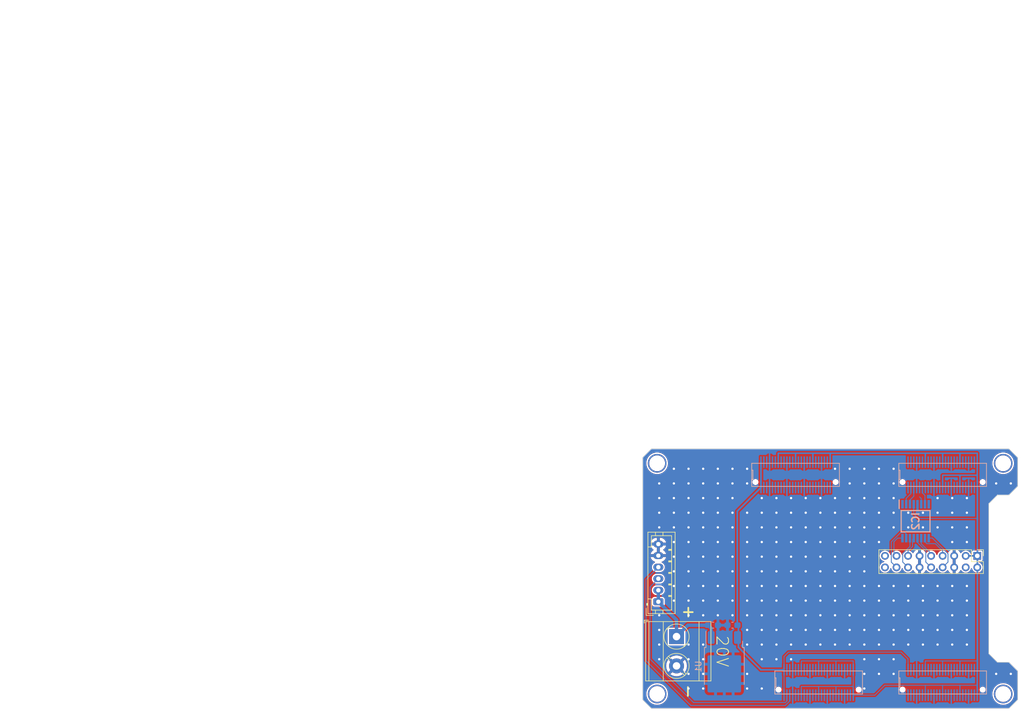
<source format=kicad_pcb>
(kicad_pcb (version 20240108) (generator "pcbnew") (generator_version "8.0")
  (layers (0 "F.Cu" signal) (31 "B.Cu" signal) (34 "B.Paste" user) (35 "F.Paste" user) (36 "B.SilkS" user "B.Silkscreen") (37 "F.SilkS" user "F.Silkscreen") (38 "B.Mask" user) (39 "F.Mask" user) (44 "Edge.Cuts" user))
  (net 0 "")
  (net 1 "GND")
  (net 2 "+3.3V")
  (net 3 "TX0_B_IN")
  (net 4 "TX1_B_IN")
  (net 5 "TX2_B_IN")
  (net 6 "TXCLK_B_IN")
  (net 9 "TXCLK_P")
  (net 10 "TXCLK_N")
  (net 11 "TX2_P")
  (net 12 "TX2_N")
  (net 13 "TX1_P")
  (net 14 "TX1_N")
  (net 15 "VCC")
  (net 16 "TX0_P")
  (net 17 "TX0_N")
  (net 130 "LED_EN")
  (net 131 "PWM")
  (net 132 "CLK_EDID")
  (net 133 "DATA_EDID")
  (net 134 "+5V")
  (footprint "TerminalBlock_Phoenix:TerminalBlock_Phoenix_MKDS-3-2-5.08_1x02_P5.08mm_Horizontal" (layer "F.Cu") (at 117.302 110.0786 -90)
    (property "Reference" "J1" (hide yes))
    (property "Value" "Power")
  )
  (footprint "Connector_PinHeader_2.00mm:PinHeader_2x09_P2.00mm_Vertical" (layer "F.Cu") (at 169.4424 96.0788 -90)
    (property "Reference" "J4" (hide yes))
    (property "Value" "Conn_02x09_Odd_Even")
  )
  (footprint "Alchitry_Element:Element_no_top" (layer "F.Cu") (at 111.4375 122.53)
    (property "Reference" "B1" (hide yes))
    (property "Value" "Alchitry_Element_AU")
    (fp_line (start 0 -43.5) (end 0 -1.5) (stroke (width 0.1)) (layer "Edge.Cuts"))
    (fp_line (start 0 -1.5) (end 1.5 0) (stroke (width 0.1)) (layer "Edge.Cuts"))
    (fp_line (start 1.5 -45) (end 0 -43.5) (stroke (width 0.1)) (layer "Edge.Cuts"))
    (fp_line (start 1.5 0) (end 63.5 0) (stroke (width 0.1)) (layer "Edge.Cuts"))
    (fp_line (start 60 -35.5) (end 61.5 -37) (stroke (width 0.1)) (layer "Edge.Cuts"))
    (fp_line (start 60 -34.5) (end 60 -35.5) (stroke (width 0.1)) (layer "Edge.Cuts"))
    (fp_line (start 60 -9.5) (end 60 -34.5) (stroke (width 0.1)) (layer "Edge.Cuts"))
    (fp_line (start 61.5 -37) (end 63.5 -37) (stroke (width 0.1)) (layer "Edge.Cuts"))
    (fp_line (start 61.5 -8) (end 60 -9.5) (stroke (width 0.1)) (layer "Edge.Cuts"))
    (fp_line (start 63.5 -45) (end 1.5 -45) (stroke (width 0.1)) (layer "Edge.Cuts"))
    (fp_line (start 63.5 -37) (end 65 -38.5) (stroke (width 0.1)) (layer "Edge.Cuts"))
    (fp_line (start 63.5 -8) (end 61.5 -8) (stroke (width 0.1)) (layer "Edge.Cuts"))
    (fp_line (start 63.5 0) (end 65 -1.5) (stroke (width 0.1)) (layer "Edge.Cuts"))
    (fp_line (start 65 -43.5) (end 63.5 -45) (stroke (width 0.1)) (layer "Edge.Cuts"))
    (fp_line (start 65 -38.5) (end 65 -43.5) (stroke (width 0.1)) (layer "Edge.Cuts"))
    (fp_line (start 65 -6.5) (end 63.5 -8) (stroke (width 0.1)) (layer "Edge.Cuts"))
    (fp_line (start 65 -1.5) (end 65 -6.5) (stroke (width 0.1)) (layer "Edge.Cuts"))
  )
  (footprint "Connector_JST:JST_PH_B6B-PH-K_1x06_P2.00mm_Vertical" (layer "F.Cu") (at 114.1476 104.0384 90)
    (property "Reference" "J2" (hide yes))
    (property "Value" "Backlight")
  )
  (footprint "Capacitor_SMD:C_0603_1608Metric_Pad1.08x0.95mm_HandSolder" (layer "B.Cu") (at 126.9989 108.1024)
    (property "Reference" "C2" (hide yes))
    (property "Value" "10uF")
  )
  (footprint "SamacSys_Parts:SOP65P640X120-16N" (layer "B.Cu") (at 158.75 90.0684 -90)
    (property "Reference" "IC2")
    (property "Value" "DSLVDS1047PWR" (hide yes))
  )
  (footprint "Capacitor_SMD:C_0603_1608Metric_Pad1.08x0.95mm_HandSolder" (layer "B.Cu") (at 123.6218 108.1024 180)
    (property "Reference" "C1" (hide yes))
    (property "Value" "10uF")
  )
  (footprint "Package_TO_SOT_SMD:TO-252-2" (layer "B.Cu") (at 125.5836 115.276 -90)
    (property "Reference" "U1")
    (property "Value" "78M05")
  )
  (gr_text "+" (at 117.9068 106.8578 0) (layer "F.SilkS") (effects (font (size 2 2) (thickness 0.3) (bold yes)) (justify left bottom)))
  (gr_text "-" (at 120.2944 121.031 90) (layer "F.SilkS") (effects (font (size 2 2) (thickness 0.3) (bold yes)) (justify left bottom)))
  (via (at 116.84 80.983138) (size 0.8) (drill 0.4) (layers "F.Cu" "B.Cu") (net 1))
  (via (at 127 96.223138) (size 0.8) (drill 0.4) (layers "F.Cu" "B.Cu") (net 1))
  (via (at 116.84 98.763138) (size 0.8) (drill 0.4) (layers "F.Cu" "B.Cu") (net 1))
  (via (at 154.94 103.843138) (size 0.8) (drill 0.4) (layers "F.Cu" "B.Cu") (net 1))
  (via (at 139.7 103.843138) (size 0.8) (drill 0.4) (layers "F.Cu" "B.Cu") (net 1))
  (via (at 129.54 80.983138) (size 0.8) (drill 0.4) (layers "F.Cu" "B.Cu") (net 1))
  (via (at 167.64 91.143138) (size 0.8) (drill 0.4) (layers "F.Cu" "B.Cu") (net 1))
  (via (at 167.64 108.923138) (size 0.8) (drill 0.4) (layers "F.Cu" "B.Cu") (net 1))
  (via (at 129.54 103.843138) (size 0.8) (drill 0.4) (layers "F.Cu" "B.Cu") (net 1))
  (via (at 129.54 91.143138) (size 0.8) (drill 0.4) (layers "F.Cu" "B.Cu") (net 1))
  (via (at 124.46 86.063138) (size 0.8) (drill 0.4) (layers "F.Cu" "B.Cu") (net 1))
  (via (at 167.64 106.383138) (size 0.8) (drill 0.4) (layers "F.Cu" "B.Cu") (net 1))
  (via (at 147.32 83.523138) (size 0.8) (drill 0.4) (layers "F.Cu" "B.Cu") (net 1))
  (via (at 124.46 98.763138) (size 0.8) (drill 0.4) (layers "F.Cu" "B.Cu") (net 1))
  (via (at 165.1 111.463138) (size 0.8) (drill 0.4) (layers "F.Cu" "B.Cu") (net 1))
  (via (at 127 93.683138) (size 0.8) (drill 0.4) (layers "F.Cu" "B.Cu") (net 1))
  (via (at 149.86 116.543138) (size 0.8) (drill 0.4) (layers "F.Cu" "B.Cu") (net 1))
  (via (at 134.62 91.143138) (size 0.8) (drill 0.4) (layers "F.Cu" "B.Cu") (net 1))
  (via (at 132.08 106.383138) (size 0.8) (drill 0.4) (layers "F.Cu" "B.Cu") (net 1))
  (via (at 144.78 111.463138) (size 0.8) (drill 0.4) (layers "F.Cu" "B.Cu") (net 1))
  (via (at 114.3 111.463138) (size 0.8) (drill 0.4) (layers "F.Cu" "B.Cu") (net 1))
  (via (at 167.64 101.303138) (size 0.8) (drill 0.4) (layers "F.Cu" "B.Cu") (net 1))
  (via (at 149.86 101.303138) (size 0.8) (drill 0.4) (layers "F.Cu" "B.Cu") (net 1))
  (via (at 129.54 83.523138) (size 0.8) (drill 0.4) (layers "F.Cu" "B.Cu") (net 1))
  (via (at 149.86 83.523138) (size 0.8) (drill 0.4) (layers "F.Cu" "B.Cu") (net 1))
  (via (at 132.08 93.683138) (size 0.8) (drill 0.4) (layers "F.Cu" "B.Cu") (net 1))
  (via (at 152.4 80.983138) (size 0.8) (drill 0.4) (layers "F.Cu" "B.Cu") (net 1))
  (via (at 165.1 86.063138) (size 0.8) (drill 0.4) (layers "F.Cu" "B.Cu") (net 1))
  (via (at 121.92 114.003138) (size 0.8) (drill 0.4) (layers "F.Cu" "B.Cu") (net 1))
  (via (at 132.08 88.603138) (size 0.8) (drill 0.4) (layers "F.Cu" "B.Cu") (net 1))
  (via (at 139.7 101.303138) (size 0.8) (drill 0.4) (layers "F.Cu" "B.Cu") (net 1))
  (via (at 134.62 93.683138) (size 0.8) (drill 0.4) (layers "F.Cu" "B.Cu") (net 1))
  (via (at 137.16 101.303138) (size 0.8) (drill 0.4) (layers "F.Cu" "B.Cu") (net 1))
  (via (at 147.32 80.983138) (size 0.8) (drill 0.4) (layers "F.Cu" "B.Cu") (net 1))
  (via (at 152.4 103.843138) (size 0.8) (drill 0.4) (layers "F.Cu" "B.Cu") (net 1))
  (via (at 157.48 103.843138) (size 0.8) (drill 0.4) (layers "F.Cu" "B.Cu") (net 1))
  (via (at 121.92 98.763138) (size 0.8) (drill 0.4) (layers "F.Cu" "B.Cu") (net 1))
  (via (at 121.92 103.843138) (size 0.8) (drill 0.4) (layers "F.Cu" "B.Cu") (net 1))
  (via (at 127 86.063138) (size 0.8) (drill 0.4) (layers "F.Cu" "B.Cu") (net 1))
  (via (at 134.62 86.063138) (size 0.8) (drill 0.4) (layers "F.Cu" "B.Cu") (net 1))
  (via (at 124.46 96.223138) (size 0.8) (drill 0.4) (layers "F.Cu" "B.Cu") (net 1))
  (via (at 147.32 106.383138) (size 0.8) (drill 0.4) (layers "F.Cu" "B.Cu") (net 1))
  (via (at 114.3 88.603138) (size 0.8) (drill 0.4) (layers "F.Cu" "B.Cu") (net 1))
  (via (at 162.56 106.383138) (size 0.8) (drill 0.4) (layers "F.Cu" "B.Cu") (net 1))
  (via (at 160.02 91.143138) (size 0.8) (drill 0.4) (layers "F.Cu" "B.Cu") (net 1))
  (via (at 116.84 93.683138) (size 0.8) (drill 0.4) (layers "F.Cu" "B.Cu") (net 1))
  (via (at 132.08 86.063138) (size 0.8) (drill 0.4) (layers "F.Cu" "B.Cu") (net 1))
  (via (at 147.32 108.923138) (size 0.8) (drill 0.4) (layers "F.Cu" "B.Cu") (net 1))
  (via (at 137.16 106.383138) (size 0.8) (drill 0.4) (layers "F.Cu" "B.Cu") (net 1))
  (via (at 149.86 91.143138) (size 0.8) (drill 0.4) (layers "F.Cu" "B.Cu") (net 1))
  (via (at 114.3 106.383138) (size 0.8) (drill 0.4) (layers "F.Cu" "B.Cu") (net 1))
  (via (at 165.1 108.923138) (size 0.8) (drill 0.4) (layers "F.Cu" "B.Cu") (net 1))
  (via (at 134.62 88.603138) (size 0.8) (drill 0.4) (layers "F.Cu" "B.Cu") (net 1))
  (via (at 124.46 80.983138) (size 0.8) (drill 0.4) (layers "F.Cu" "B.Cu") (net 1))
  (via (at 154.94 86.063138) (size 0.8) (drill 0.4) (layers "F.Cu" "B.Cu") (net 1))
  (via (at 137.16 114.003138) (size 0.8) (drill 0.4) (layers "F.Cu" "B.Cu") (net 1))
  (via (at 137.16 96.223138) (size 0.8) (drill 0.4) (layers "F.Cu" "B.Cu") (net 1))
  (via (at 124.46 83.523138) (size 0.8) (drill 0.4) (layers "F.Cu" "B.Cu") (net 1))
  (via (at 154.94 88.603138) (size 0.8) (drill 0.4) (layers "F.Cu" "B.Cu") (net 1))
  (via (at 162.56 111.463138) (size 0.8) (drill 0.4) (layers "F.Cu" "B.Cu") (net 1))
  (via (at 119.38 98.763138) (size 0.8) (drill 0.4) (layers "F.Cu" "B.Cu") (net 1))
  (via (at 142.24 91.143138) (size 0.8) (drill 0.4) (layers "F.Cu" "B.Cu") (net 1))
  (via (at 162.56 86.063138) (size 0.8) (drill 0.4) (layers "F.Cu" "B.Cu") (net 1))
  (via (at 157.48 91.143138) (size 0.8) (drill 0.4) (layers "F.Cu" "B.Cu") (net 1))
  (via (at 157.48 101.303138) (size 0.8) (drill 0.4) (layers "F.Cu" "B.Cu") (net 1))
  (via (at 119.38 83.523138) (size 0.8) (drill 0.4) (layers "F.Cu" "B.Cu") (net 1))
  (via (at 142.24 103.843138) (size 0.8) (drill 0.4) (layers "F.Cu" "B.Cu") (net 1))
  (via (at 134.62 106.383138) (size 0.8) (drill 0.4) (layers "F.Cu" "B.Cu") (net 1))
  (via (at 139.7 88.603138) (size 0.8) (drill 0.4) (layers "F.Cu" "B.Cu") (net 1))
  (via (at 144.78 88.603138) (size 0.8) (drill 0.4) (layers "F.Cu" "B.Cu") (net 1))
  (via (at 119.38 93.683138) (size 0.8) (drill 0.4) (layers "F.Cu" "B.Cu") (net 1))
  (via (at 121.92 96.223138) (size 0.8) (drill 0.4) (layers "F.Cu" "B.Cu") (net 1))
  (via (at 142.24 98.763138) (size 0.8) (drill 0.4) (layers "F.Cu" "B.Cu") (net 1))
  (via (at 144.78 80.983138) (size 0.8) (drill 0.4) (layers "F.Cu" "B.Cu") (net 1))
  (via (at 129.54 98.763138) (size 0.8) (drill 0.4) (layers "F.Cu" "B.Cu") (net 1))
  (via (at 165.1 103.843138) (size 0.8) (drill 0.4) (layers "F.Cu" "B.Cu") (net 1))
  (via (at 162.56 103.843138) (size 0.8) (drill 0.4) (layers "F.Cu" "B.Cu") (net 1))
  (via (at 119.38 80.983138) (size 0.8) (drill 0.4) (layers "F.Cu" "B.Cu") (net 1))
  (via (at 157.48 106.383138) (size 0.8) (drill 0.4) (layers "F.Cu" "B.Cu") (net 1))
  (via (at 144.78 108.923138) (size 0.8) (drill 0.4) (layers "F.Cu" "B.Cu") (net 1))
  (via (at 142.24 86.063138) (size 0.8) (drill 0.4) (layers "F.Cu" "B.Cu") (net 1))
  (via (at 167.64 88.603138) (size 0.8) (drill 0.4) (layers "F.Cu" "B.Cu") (net 1))
  (via (at 139.7 108.923138) (size 0.8) (drill 0.4) (layers "F.Cu" "B.Cu") (net 1))
  (via (at 124.46 88.603138) (size 0.8) (drill 0.4) (layers "F.Cu" "B.Cu") (net 1))
  (via (at 144.78 106.383138) (size 0.8) (drill 0.4) (layers "F.Cu" "B.Cu") (net 1))
  (via (at 152.4 86.063138) (size 0.8) (drill 0.4) (layers "F.Cu" "B.Cu") (net 1))
  (via (at 167.64 111.463138) (size 0.8) (drill 0.4) (layers "F.Cu" "B.Cu") (net 1))
  (via (at 152.4 93.683138) (size 0.8) (drill 0.4) (layers "F.Cu" "B.Cu") (net 1))
  (via (at 137.16 103.843138) (size 0.8) (drill 0.4) (layers "F.Cu" "B.Cu") (net 1))
  (via (at 144.78 86.063138) (size 0.8) (drill 0.4) (layers "F.Cu" "B.Cu") (net 1))
  (via (at 160.02 106.383138) (size 0.8) (drill 0.4) (layers "F.Cu" "B.Cu") (net 1))
  (via (at 149.86 103.843138) (size 0.8) (drill 0.4) (layers "F.Cu" "B.Cu") (net 1))
  (via (at 152.4 91.143138) (size 0.8) (drill 0.4) (layers "F.Cu" "B.Cu") (net 1))
  (via (at 142.24 93.683138) (size 0.8) (drill 0.4) (layers "F.Cu" "B.Cu") (net 1))
  (via (at 114.3 91.143138) (size 0.8) (drill 0.4) (layers "F.Cu" "B.Cu") (net 1))
  (via (at 129.54 96.223138) (size 0.8) (drill 0.4) (layers "F.Cu" "B.Cu") (net 1))
  (via (at 142.24 111.463138) (size 0.8) (drill 0.4) (layers "F.Cu" "B.Cu") (net 1))
  (via (at 121.92 93.683138) (size 0.8) (drill 0.4) (layers "F.Cu" "B.Cu") (net 1))
  (via (at 175.26 83.523138) (size 0.8) (drill 0.4) (layers "F.Cu" "B.Cu") (net 1))
  (via (at 142.24 88.603138) (size 0.8) (drill 0.4) (layers "F.Cu" "B.Cu") (net 1))
  (via (at 147.32 96.223138) (size 0.8) (drill 0.4) (layers "F.Cu" "B.Cu") (net 1))
  (via (at 132.08 103.843138) (size 0.8) (drill 0.4) (layers "F.Cu" "B.Cu") (net 1))
  (via (at 149.86 98.763138) (size 0.8) (drill 0.4) (layers "F.Cu" "B.Cu") (net 1))
  (via (at 147.32 86.063138) (size 0.8) (drill 0.4) (layers "F.Cu" "B.Cu") (net 1))
  (via (at 137.16 93.683138) (size 0.8) (drill 0.4) (layers "F.Cu" "B.Cu") (net 1))
  (via (at 160.02 88.603138) (size 0.8) (drill 0.4) (layers "F.Cu" "B.Cu") (net 1))
  (via (at 137.16 111.463138) (size 0.8) (drill 0.4) (layers "F.Cu" "B.Cu") (net 1))
  (via (at 160.02 111.463138) (size 0.8) (drill 0.4) (layers "F.Cu" "B.Cu") (net 1))
  (via (at 137.16 88.603138) (size 0.8) (drill 0.4) (layers "F.Cu" "B.Cu") (net 1))
  (via (at 129.54 111.463138) (size 0.8) (drill 0.4) (layers "F.Cu" "B.Cu") (net 1))
  (via (at 152.4 108.923138) (size 0.8) (drill 0.4) (layers "F.Cu" "B.Cu") (net 1))
  (via (at 160.02 101.303138) (size 0.8) (drill 0.4) (layers "F.Cu" "B.Cu") (net 1))
  (via (at 149.86 119.083138) (size 0.8) (drill 0.4) (layers "F.Cu" "B.Cu") (net 1))
  (via (at 134.62 96.223138) (size 0.8) (drill 0.4) (layers "F.Cu" "B.Cu") (net 1))
  (via (at 144.78 93.683138) (size 0.8) (drill 0.4) (layers "F.Cu" "B.Cu") (net 1))
  (via (at 132.08 98.763138) (size 0.8) (drill 0.4) (layers "F.Cu" "B.Cu") (net 1))
  (via (at 149.86 114.003138) (size 0.8) (drill 0.4) (layers "F.Cu" "B.Cu") (net 1))
  (via (at 121.92 91.143138) (size 0.8) (drill 0.4) (layers "F.Cu" "B.Cu") (net 1))
  (via (at 162.56 108.923138) (size 0.8) (drill 0.4) (layers "F.Cu" "B.Cu") (net 1))
  (via (at 129.54 108.923138) (size 0.8) (drill 0.4) (layers "F.Cu" "B.Cu") (net 1))
  (via (at 152.4 116.543138) (size 0.8) (drill 0.4) (layers "F.Cu" "B.Cu") (net 1))
  (via (at 137.16 86.063138) (size 0.8) (drill 0.4) (layers "F.Cu" "B.Cu") (net 1))
  (via (at 124.46 101.303138) (size 0.8) (drill 0.4) (layers "F.Cu" "B.Cu") (net 1))
  (via (at 129.54 106.383138) (size 0.8) (drill 0.4) (layers "F.Cu" "B.Cu") (net 1))
  (via (at 167.64 86.063138) (size 0.8) (drill 0.4) (layers "F.Cu" "B.Cu") (net 1))
  (via (at 134.62 108.923138) (size 0.8) (drill 0.4) (layers "F.Cu" "B.Cu") (net 1))
  (via (at 154.94 108.923138) (size 0.8) (drill 0.4) (layers "F.Cu" "B.Cu") (net 1))
  (via (at 162.56 88.603138) (size 0.8) (drill 0.4) (layers "F.Cu" "B.Cu") (net 1))
  (via (at 152.4 111.463138) (size 0.8) (drill 0.4) (layers "F.Cu" "B.Cu") (net 1))
  (via (at 121.92 106.383138) (size 0.8) (drill 0.4) (layers "F.Cu" "B.Cu") (net 1))
  (via (at 116.84 96.223138) (size 0.8) (drill 0.4) (layers "F.Cu" "B.Cu") (net 1))
  (via (at 147.32 111.463138) (size 0.8) (drill 0.4) (layers "F.Cu" "B.Cu") (net 1))
  (via (at 121.92 119.083138) (size 0.8) (drill 0.4) (layers "F.Cu" "B.Cu") (net 1))
  (via (at 149.86 93.683138) (size 0.8) (drill 0.4) (layers "F.Cu" "B.Cu") (net 1))
  (via (at 152.4 88.603138) (size 0.8) (drill 0.4) (layers "F.Cu" "B.Cu") (net 1))
  (via (at 132.08 101.303138) (size 0.8) (drill 0.4) (layers "F.Cu" "B.Cu") (net 1))
  (via (at 139.7 96.223138) (size 0.8) (drill 0.4) (layers "F.Cu" "B.Cu") (net 1))
  (via (at 152.4 106.383138) (size 0.8) (drill 0.4) (layers "F.Cu" "B.Cu") (net 1))
  (via (at 127 83.523138) (size 0.8) (drill 0.4) (layers "F.Cu" "B.Cu") (net 1))
  (via (at 162.56 101.303138) (size 0.8) (drill 0.4) (layers "F.Cu" "B.Cu") (net 1))
  (via (at 127 101.303138) (size 0.8) (drill 0.4) (layers "F.Cu" "B.Cu") (net 1))
  (via (at 119.38 91.143138) (size 0.8) (drill 0.4) (layers "F.Cu" "B.Cu") (net 1))
  (via (at 121.92 88.603138) (size 0.8) (drill 0.4) (layers "F.Cu" "B.Cu") (net 1))
  (via (at 129.54 119.083138) (size 0.8) (drill 0.4) (layers "F.Cu" "B.Cu") (net 1))
  (via (at 114.3 108.923138) (size 0.8) (drill 0.4) (layers "F.Cu" "B.Cu") (net 1))
  (via (at 132.08 108.923138) (size 0.8) (drill 0.4) (layers "F.Cu" "B.Cu") (net 1))
  (via (at 154.94 116.543138) (size 0.8) (drill 0.4) (layers "F.Cu" "B.Cu") (net 1))
  (via (at 139.7 86.063138) (size 0.8) (drill 0.4) (layers "F.Cu" "B.Cu") (net 1))
  (via (at 147.32 98.763138) (size 0.8) (drill 0.4) (layers "F.Cu" "B.Cu") (net 1))
  (via (at 119.38 86.063138) (size 0.8) (drill 0.4) (layers "F.Cu" "B.Cu") (net 1))
  (via (at 157.48 88.603138) (size 0.8) (drill 0.4) (layers "F.Cu" "B.Cu") (net 1))
  (via (at 165.1 101.303138) (size 0.8) (drill 0.4) (layers "F.Cu" "B.Cu") (net 1))
  (via (at 139.7 111.463138) (size 0.8) (drill 0.4) (layers "F.Cu" "B.Cu") (net 1))
  (via (at 154.94 83.523138) (size 0.8) (drill 0.4) (layers "F.Cu" "B.Cu") (net 1))
  (via (at 167.64 103.843138) (size 0.8) (drill 0.4) (layers "F.Cu" "B.Cu") (net 1))
  (via (at 132.08 114.003138) (size 0.8) (drill 0.4) (layers "F.Cu" "B.Cu") (net 1))
  (via (at 137.16 98.763138) (size 0.8) (drill 0.4) (layers "F.Cu" "B.Cu") (net 1))
  (via (at 162.56 91.143138) (size 0.8) (drill 0.4) (layers "F.Cu" "B.Cu") (net 1))
  (via (at 147.32 88.603138) (size 0.8) (drill 0.4) (layers "F.Cu" "B.Cu") (net 1))
  (via (at 157.48 108.923138) (size 0.8) (drill 0.4) (layers "F.Cu" "B.Cu") (net 1))
  (via (at 127 80.983138) (size 0.8) (drill 0.4) (layers "F.Cu" "B.Cu") (net 1))
  (via (at 121.92 80.983138) (size 0.8) (drill 0.4) (layers "F.Cu" "B.Cu") (net 1))
  (via (at 119.38 116.543138) (size 0.8) (drill 0.4) (layers "F.Cu" "B.Cu") (net 1))
  (via (at 134.62 114.003138) (size 0.8) (drill 0.4) (layers "F.Cu" "B.Cu") (net 1))
  (via (at 152.4 83.523138) (size 0.8) (drill 0.4) (layers "F.Cu" "B.Cu") (net 1))
  (via (at 139.7 98.763138) (size 0.8) (drill 0.4) (layers "F.Cu" "B.Cu") (net 1))
  (via (at 165.1 91.143138) (size 0.8) (drill 0.4) (layers "F.Cu" "B.Cu") (net 1))
  (via (at 129.54 88.603138) (size 0.8) (drill 0.4) (layers "F.Cu" "B.Cu") (net 1))
  (via (at 114.3 83.523138) (size 0.8) (drill 0.4) (layers "F.Cu" "B.Cu") (net 1))
  (via (at 119.38 111.463138) (size 0.8) (drill 0.4) (layers "F.Cu" "B.Cu") (net 1))
  (via (at 132.08 111.463138) (size 0.8) (drill 0.4) (layers "F.Cu" "B.Cu") (net 1))
  (via (at 165.1 93.683138) (size 0.8) (drill 0.4) (layers "F.Cu" "B.Cu") (net 1))
  (via (at 172.72 116.543138) (size 0.8) (drill 0.4) (layers "F.Cu" "B.Cu") (net 1))
  (via (at 132.08 91.143138) (size 0.8) (drill 0.4) (layers "F.Cu" "B.Cu") (net 1))
  (via (at 154.94 91.143138) (size 0.8) (drill 0.4) (layers "F.Cu" "B.Cu") (net 1))
  (via (at 149.86 86.063138) (size 0.8) (drill 0.4) (layers "F.Cu" "B.Cu") (net 1))
  (via (at 116.84 86.063138) (size 0.8) (drill 0.4) (layers "F.Cu" "B.Cu") (net 1))
  (via (at 147.32 103.843138) (size 0.8) (drill 0.4) (layers "F.Cu" "B.Cu") (net 1))
  (via (at 144.78 101.303138) (size 0.8) (drill 0.4) (layers "F.Cu" "B.Cu") (net 1))
  (via (at 154.94 111.463138) (size 0.8) (drill 0.4) (layers "F.Cu" "B.Cu") (net 1))
  (via (at 116.84 88.603138) (size 0.8) (drill 0.4) (layers "F.Cu" "B.Cu") (net 1))
  (via (at 144.78 96.223138) (size 0.8) (drill 0.4) (layers "F.Cu" "B.Cu") (net 1))
  (via (at 139.7 93.683138) (size 0.8) (drill 0.4) (layers "F.Cu" "B.Cu") (net 1))
  (via (at 175.26 116.543138) (size 0.8) (drill 0.4) (layers "F.Cu" "B.Cu") (net 1))
  (via (at 167.64 93.683138) (size 0.8) (drill 0.4) (layers "F.Cu" "B.Cu") (net 1))
  (via (at 147.32 93.683138) (size 0.8) (drill 0.4) (layers "F.Cu" "B.Cu") (net 1))
  (via (at 134.62 101.303138) (size 0.8) (drill 0.4) (layers "F.Cu" "B.Cu") (net 1))
  (via (at 129.54 116.543138) (size 0.8) (drill 0.4) (layers "F.Cu" "B.Cu") (net 1))
  (via (at 127 106.383138) (size 0.8) (drill 0.4) (layers "F.Cu" "B.Cu") (net 1))
  (via (at 142.24 108.923138) (size 0.8) (drill 0.4) (layers "F.Cu" "B.Cu") (net 1))
  (via (at 152.4 114.003138) (size 0.8) (drill 0.4) (layers "F.Cu" "B.Cu") (net 1))
  (via (at 119.38 101.303138) (size 0.8) (drill 0.4) (layers "F.Cu" "B.Cu") (net 1))
  (via (at 144.78 103.843138) (size 0.8) (drill 0.4) (layers "F.Cu" "B.Cu") (net 1))
  (via (at 160.02 108.923138) (size 0.8) (drill 0.4) (layers "F.Cu" "B.Cu") (net 1))
  (via (at 121.92 86.063138) (size 0.8) (drill 0.4) (layers "F.Cu" "B.Cu") (net 1))
  (via (at 114.3 114.003138) (size 0.8) (drill 0.4) (layers "F.Cu" "B.Cu") (net 1))
  (via (at 165.1 106.383138) (size 0.8) (drill 0.4) (layers "F.Cu" "B.Cu") (net 1))
  (via (at 137.16 91.143138) (size 0.8) (drill 0.4) (layers "F.Cu" "B.Cu") (net 1))
  (via (at 142.24 96.223138) (size 0.8) (drill 0.4) (layers "F.Cu" "B.Cu") (net 1))
  (via (at 165.1 88.603138) (size 0.8) (drill 0.4) (layers "F.Cu" "B.Cu") (net 1))
  (via (at 154.94 114.003138) (size 0.8) (drill 0.4) (layers "F.Cu" "B.Cu") (net 1))
  (via (at 129.54 101.303138) (size 0.8) (drill 0.4) (layers "F.Cu" "B.Cu") (net 1))
  (via (at 134.62 103.843138) (size 0.8) (drill 0.4) (layers "F.Cu" "B.Cu") (net 1))
  (via (at 127 103.843138) (size 0.8) (drill 0.4) (layers "F.Cu" "B.Cu") (net 1))
  (via (at 127 88.603138) (size 0.8) (drill 0.4) (layers "F.Cu" "B.Cu") (net 1))
  (via (at 154.94 101.303138) (size 0.8) (drill 0.4) (layers "F.Cu" "B.Cu") (net 1))
  (via (at 160.02 103.843138) (size 0.8) (drill 0.4) (layers "F.Cu" "B.Cu") (net 1))
  (via (at 124.46 91.143138) (size 0.8) (drill 0.4) (layers "F.Cu" "B.Cu") (net 1))
  (via (at 121.92 101.303138) (size 0.8) (drill 0.4) (layers "F.Cu" "B.Cu") (net 1))
  (via (at 119.38 106.383138) (size 0.8) (drill 0.4) (layers "F.Cu" "B.Cu") (net 1))
  (via (at 134.62 98.763138) (size 0.8) (drill 0.4) (layers "F.Cu" "B.Cu") (net 1))
  (via (at 137.16 108.923138) (size 0.8) (drill 0.4) (layers "F.Cu" "B.Cu") (net 1))
  (via (at 119.38 88.603138) (size 0.8) (drill 0.4) (layers "F.Cu" "B.Cu") (net 1))
  (via (at 119.38 96.223138) (size 0.8) (drill 0.4) (layers "F.Cu" "B.Cu") (net 1))
  (via (at 149.86 106.383138) (size 0.8) (drill 0.4) (layers "F.Cu" "B.Cu") (net 1))
  (via (at 144.78 98.763138) (size 0.8) (drill 0.4) (layers "F.Cu" "B.Cu") (net 1))
  (via (at 116.84 83.523138) (size 0.8) (drill 0.4) (layers "F.Cu" "B.Cu") (net 1))
  (via (at 132.08 96.223138) (size 0.8) (drill 0.4) (layers "F.Cu" "B.Cu") (net 1))
  (via (at 116.84 91.143138) (size 0.8) (drill 0.4) (layers "F.Cu" "B.Cu") (net 1))
  (via (at 144.78 91.143138) (size 0.8) (drill 0.4) (layers "F.Cu" "B.Cu") (net 1))
  (via (at 147.32 91.143138) (size 0.8) (drill 0.4) (layers "F.Cu" "B.Cu") (net 1))
  (via (at 121.92 116.543138) (size 0.8) (drill 0.4) (layers "F.Cu" "B.Cu") (net 1))
  (via (at 127 91.143138) (size 0.8) (drill 0.4) (layers "F.Cu" "B.Cu") (net 1))
  (via (at 154.94 106.383138) (size 0.8) (drill 0.4) (layers "F.Cu" "B.Cu") (net 1))
  (via (at 142.24 106.383138) (size 0.8) (drill 0.4) (layers "F.Cu" "B.Cu") (net 1))
  (via (at 149.86 96.223138) (size 0.8) (drill 0.4) (layers "F.Cu" "B.Cu") (net 1))
  (via (at 114.3 86.063138) (size 0.8) (drill 0.4) (layers "F.Cu" "B.Cu") (net 1))
  (via (at 124.46 106.383138) (size 0.8) (drill 0.4) (layers "F.Cu" "B.Cu") (net 1))
  (via (at 149.86 80.983138) (size 0.8) (drill 0.4) (layers "F.Cu" "B.Cu") (net 1))
  (via (at 149.86 88.603138) (size 0.8) (drill 0.4) (layers "F.Cu" "B.Cu") (net 1))
  (via (at 119.38 119.083138) (size 0.8) (drill 0.4) (layers "F.Cu" "B.Cu") (net 1))
  (via (at 116.84 103.843138) (size 0.8) (drill 0.4) (layers "F.Cu" "B.Cu") (net 1))
  (via (at 147.32 101.303138) (size 0.8) (drill 0.4) (layers "F.Cu" "B.Cu") (net 1))
  (via (at 121.92 111.463138) (size 0.8) (drill 0.4) (layers "F.Cu" "B.Cu") (net 1))
  (via (at 132.08 119.083138) (size 0.8) (drill 0.4) (layers "F.Cu" "B.Cu") (net 1))
  (via (at 149.86 111.463138) (size 0.8) (drill 0.4) (layers "F.Cu" "B.Cu") (net 1))
  (via (at 149.86 108.923138) (size 0.8) (drill 0.4) (layers "F.Cu" "B.Cu") (net 1))
  (via (at 124.46 93.683138) (size 0.8) (drill 0.4) (layers "F.Cu" "B.Cu") (net 1))
  (via (at 134.62 111.463138) (size 0.8) (drill 0.4) (layers "F.Cu" "B.Cu") (net 1))
  (via (at 127 98.763138) (size 0.8) (drill 0.4) (layers "F.Cu" "B.Cu") (net 1))
  (via (at 119.38 114.003138) (size 0.8) (drill 0.4) (layers "F.Cu" "B.Cu") (net 1))
  (via (at 119.38 103.843138) (size 0.8) (drill 0.4) (layers "F.Cu" "B.Cu") (net 1))
  (via (at 124.46 103.843138) (size 0.8) (drill 0.4) (layers "F.Cu" "B.Cu") (net 1))
  (via (at 152.4 101.303138) (size 0.8) (drill 0.4) (layers "F.Cu" "B.Cu") (net 1))
  (via (at 157.48 111.463138) (size 0.8) (drill 0.4) (layers "F.Cu" "B.Cu") (net 1))
  (via (at 172.72 83.523138) (size 0.8) (drill 0.4) (layers "F.Cu" "B.Cu") (net 1))
  (via (at 139.7 106.383138) (size 0.8) (drill 0.4) (layers "F.Cu" "B.Cu") (net 1))
  (via (at 121.92 83.523138) (size 0.8) (drill 0.4) (layers "F.Cu" "B.Cu") (net 1))
  (via (at 142.24 101.303138) (size 0.8) (drill 0.4) (layers "F.Cu" "B.Cu") (net 1))
  (via (at 139.7 91.143138) (size 0.8) (drill 0.4) (layers "F.Cu" "B.Cu") (net 1))
  (via (at 129.54 93.683138) (size 0.8) (drill 0.4) (layers "F.Cu" "B.Cu") (net 1))
  (via (at 116.84 101.303138) (size 0.8) (drill 0.4) (layers "F.Cu" "B.Cu") (net 1))
  (via (at 154.94 80.983138) (size 0.8) (drill 0.4) (layers "F.Cu" "B.Cu") (net 1))
  (segment (start 166.4375 84.23) (end 166.4375 83.23) (width 0.15) (layer "B.Cu") (net 2))
  (segment (start 163.4375 118.745) (end 163.4375 118.5164) (width 0.15) (layer "B.Cu") (net 2))
  (segment (start 147.9296 114.3) (end 147.9375 114.3079) (width 0.15) (layer "B.Cu") (net 2))
  (segment (start 141.9352 118.7196) (end 141.9375 118.7219) (width 0.15) (layer "B.Cu") (net 2))
  (segment (start 160.4772 78.2828) (end 143.9672 78.2828) (width 0.25) (layer "B.Cu") (net 2))
  (segment (start 144.9324 114.3) (end 144.9375 114.3051) (width 0.15) (layer "B.Cu") (net 2))
  (segment (start 158.425 87.1304) (end 158.425 88.8036) (width 0.15) (layer "B.Cu") (net 2))
  (segment (start 169.4424 96.0788) (end 167.4424 96.0788) (width 0.3) (layer "B.Cu") (net 2))
  (segment (start 134.9756 78.2828) (end 134.9375 78.3209) (width 0.25) (layer "B.Cu") (net 2))
  (segment (start 166.4375 118.5164) (end 169.4375 118.5164) (width 0.15) (layer "B.Cu") (net 2))
  (segment (start 169.4375 78.3023) (end 169.418 78.2828) (width 0.25) (layer "B.Cu") (net 2))
  (segment (start 141.9375 114.3) (end 141.9375 114.83) (width 0.15) (layer "B.Cu") (net 2))
  (segment (start 147.9375 114.3079) (end 147.9375 115.83) (width 0.15) (layer "B.Cu") (net 2))
  (segment (start 141.9375 118.7219) (end 144.9301 118.7219) (width 0.15) (layer "B.Cu") (net 2))
  (segment (start 151.6816 120.23) (end 147.9375 120.23) (width 0.15) (layer "B.Cu") (net 2))
  (segment (start 159.2072 89.5858) (end 169.4688 89.5858) (width 0.15) (layer "B.Cu") (net 2))
  (segment (start 166.4375 114.3) (end 169.3867 114.3) (width 0.15) (layer "B.Cu") (net 2))
  (segment (start 160.4375 120.23) (end 160.4375 118.5164) (width 0.15) (layer "B.Cu") (net 2))
  (segment (start 166.4375 118.5164) (end 166.4375 118.745) (width 0.15) (layer "B.Cu") (net 2))
  (segment (start 169.4688 84.2613) (end 169.4688 89.5858) (width 0.3) (layer "B.Cu") (net 2))
  (segment (start 144.9301 118.7219) (end 144.9324 118.7196) (width 0.15) (layer "B.Cu") (net 2))
  (segment (start 160.4375 115.83) (end 160.4375 114.3) (width 0.15) (layer "B.Cu") (net 2))
  (segment (start 141.9375 118.7219) (end 141.9375 118.8743) (width 0.15) (layer "B.Cu") (net 2))
  (segment (start 141.9375 115.83) (end 141.9375 114.83) (width 0.15) (layer "B.Cu") (net 2))
  (segment (start 147.8918 118.7247) (end 147.9375 118.7704) (width 0.15) (layer "B.Cu") (net 2))
  (segment (start 144.9375 118.7247) (end 147.8918 118.7247) (width 0.15) (layer "B.Cu") (net 2))
  (segment (start 163.4375 82.1297) (end 163.4375 84.23) (width 0.25) (layer "B.Cu") (net 2))
  (segment (start 169.4688 89.5858) (end 169.4688 115.7987) (width 0.3) (layer "B.Cu") (net 2))
  (segment (start 166.4375 114.3167) (end 166.4375 115.83) (width 0.15) (layer "B.Cu") (net 2))
  (segment (start 163.4375 79.83) (end 163.4375 78.83) (width 0.15) (layer "B.Cu") (net 2))
  (segment (start 137.9375 78.3181) (end 137.9375 79.83) (width 0.25) (layer "B.Cu") (net 2))
  (segment (start 160.4375 78.3225) (end 160.4375 79.83) (width 0.25) (layer "B.Cu") (net 2))
  (segment (start 143.9375 78.3125) (end 143.9375 79.83) (width 0.25) (layer "B.Cu") (net 2))
  (segment (start 137.9728 78.2828) (end 137.9375 78.3181) (width 0.25) (layer "B.Cu") (net 2))
  (segment (start 163.4375 84.23) (end 163.4375 83.23) (width 0.15) (layer "B.Cu") (net 2))
  (segment (start 160.4375 84.23) (end 160.4375 83.23) (width 0.15) (layer "B.Cu") (net 2))
  (segment (start 163.4375 118.5164) (end 166.4375 118.5164) (width 0.15) (layer "B.Cu") (net 2))
  (segment (start 143.9672 78.2828) (end 141.0208 78.2828) (width 0.25) (layer "B.Cu") (net 2))
  (segment (start 138.9375 114.3513) (end 138.9888 114.3) (width 0.15) (layer "B.Cu") (net 2))
  (segment (start 163.4375 114.3) (end 166.4208 114.3) (width 0.15) (layer "B.Cu") (net 2))
  (segment (start 147.9375 120.23) (end 147.9375 115.83) (width 0.15) (layer "B.Cu") (net 2))
  (segment (start 163.4744 78.2828) (end 160.4772 78.2828) (width 0.25) (layer "B.Cu") (net 2))
  (segment (start 169.418 78.2828) (end 166.4208 78.2828) (width 0.25) (layer "B.Cu") (net 2))
  (segment (start 169.4375 79.83) (end 169.4375 78.3023) (width 0.25) (layer "B.Cu") (net 2))
  (segment (start 153.3952 118.5164) (end 152.6032 119.3084) (width 0.15) (layer "B.Cu") (net 2))
  (segment (start 166.4208 114.3) (end 166.4375 114.3167) (width 0.15) (layer "B.Cu") (net 2))
  (segment (start 144.9426 114.3) (end 147.9296 114.3) (width 0.15) (layer "B.Cu") (net 2))
  (segment (start 141.9375 114.3) (end 144.9324 114.3) (width 0.15) (layer "B.Cu") (net 2))
  (segment (start 158.425 88.8036) (end 159.2072 89.5858) (width 0.15) (layer "B.Cu") (net 2))
  (segment (start 169.4375 115.83) (end 169.4375 120.23) (width 0.25) (layer "B.Cu") (net 2))
  (segment (start 138.9888 114.3) (end 141.9375 114.3) (width 0.15) (layer "B.Cu") (net 2))
  (segment (start 140.9375 78.3661) (end 140.9375 79.83) (width 0.25) (layer "B.Cu") (net 2))
  (segment (start 147.9375 118.7704) (end 147.9375 120.23) (width 0.15) (layer "B.Cu") (net 2))
  (segment (start 166.4375 78.2995) (end 166.4375 79.83) (width 0.25) (layer "B.Cu") (net 2))
  (segment (start 163.4375 118.5164) (end 153.3952 118.5164) (width 0.15) (layer "B.Cu") (net 2))
  (segment (start 166.4716 82.0928) (end 169.4375 82.0928) (width 0.25) (layer "B.Cu") (net 2))
  (segment (start 141.9375 120.23) (end 141.9375 119.286802) (width 0.15) (layer "B.Cu") (net 2))
  (segment (start 141.9375 118.8743) (end 141.9375 119.286802) (width 0.15) (layer "B.Cu") (net 2))
  (segment (start 144.9375 114.3051) (end 144.9375 115.83) (width 0.15) (layer "B.Cu") (net 2))
  (segment (start 144.9375 118.7247) (end 144.9375 120.23) (width 0.15) (layer "B.Cu") (net 2))
  (segment (start 169.4375 84.23) (end 169.4375 79.83) (width 0.25) (layer "B.Cu") (net 2))
  (segment (start 163.4744 82.0928) (end 166.4716 82.0928) (width 0.25) (layer "B.Cu") (net 2))
  (segment (start 137.9728 78.2828) (end 134.9756 78.2828) (width 0.25) (layer "B.Cu") (net 2))
  (segment (start 138.9375 120.23) (end 138.9375 118.7709) (width 0.15) (layer "B.Cu") (net 2))
  (segment (start 166.4208 78.2828) (end 166.4375 78.2995) (width 0.25) (layer "B.Cu") (net 2))
  (segment (start 160.4772 78.2828) (end 160.4375 78.3225) (width 0.25) (layer "B.Cu") (net 2))
  (segment (start 141.0208 78.2828) (end 137.9728 78.2828) (width 0.25) (layer "B.Cu") (net 2))
  (segment (start 143.9672 78.2828) (end 143.9375 78.3125) (width 0.25) (layer "B.Cu") (net 2))
  (segment (start 166.4208 78.2828) (end 163.4744 78.2828) (width 0.25) (layer "B.Cu") (net 2))
  (segment (start 163.4375 78.3197) (end 163.4375 79.83) (width 0.25) (layer "B.Cu") (net 2))
  (segment (start 166.4375 118.745) (end 166.4375 120.23) (width 0.15) (layer "B.Cu") (net 2))
  (segment (start 152.6032 119.3084) (end 151.6816 120.23) (width 0.15) (layer "B.Cu") (net 2))
  (segment (start 144.9324 118.7196) (end 144.9375 118.7247) (width 0.15) (layer "B.Cu") (net 2))
  (segment (start 163.4375 120.23) (end 163.4375 118.745) (width 0.15) (layer "B.Cu") (net 2))
  (segment (start 163.4744 78.2828) (end 163.4375 78.3197) (width 0.25) (layer "B.Cu") (net 2))
  (segment (start 141.0208 78.2828) (end 140.9375 78.3661) (width 0.25) (layer "B.Cu") (net 2))
  (segment (start 138.9375 115.83) (end 138.9375 114.3513) (width 0.15) (layer "B.Cu") (net 2))
  (segment (start 160.4375 114.3) (end 163.4375 114.3) (width 0.15) (layer "B.Cu") (net 2))
  (segment (start 144.9375 114.3051) (end 144.9426 114.3) (width 0.15) (layer "B.Cu") (net 2))
  (segment (start 166.4375 82.1269) (end 166.4375 84.23) (width 0.25) (layer "B.Cu") (net 2))
  (segment (start 138.9375 118.7709) (end 138.9888 118.7196) (width 0.15) (layer "B.Cu") (net 2))
  (segment (start 138.9888 118.7196) (end 141.9352 118.7196) (width 0.15) (layer "B.Cu") (net 2))
  (segment (start 163.4375 114.3) (end 163.4375 115.83) (width 0.15) (layer "B.Cu") (net 2))
  (segment (start 166.4375 115.83) (end 166.4375 114.3) (width 0.15) (layer "B.Cu") (net 2))
  (segment (start 134.9375 78.3209) (end 134.9375 79.83) (width 0.25) (layer "B.Cu") (net 2))
  (segment (start 159.9375 85.173198) (end 159.9375 84.23) (width 0.15) (layer "B.Cu") (net 3))
  (segment (start 160.375 85.610698) (end 159.9375 85.173198) (width 0.15) (layer "B.Cu") (net 3))
  (segment (start 160.375 87.1304) (end 160.375 85.610698) (width 0.15) (layer "B.Cu") (net 3))
  (segment (start 159.725 87.1304) (end 159.725 86.1412) (width 0.15) (layer "B.Cu") (net 4))
  (segment (start 159.725 86.1412) (end 159.4375 85.8537) (width 0.15) (layer "B.Cu") (net 4))
  (segment (start 157.775 86.3952) (end 158.4375 85.7327) (width 0.15) (layer "B.Cu") (net 5))
  (segment (start 157.775 87.1304) (end 157.775 86.3952) (width 0.15) (layer "B.Cu") (net 5))
  (segment (start 158.4375 85.7327) (end 158.4375 84.23) (width 0.15) (layer "B.Cu") (net 5))
  (segment (start 157.125 86.1054) (end 157.9375 85.2929) (width 0.15) (layer "B.Cu") (net 6))
  (segment (start 157.125 87.1304) (end 157.125 86.1054) (width 0.15) (layer "B.Cu") (net 6))
  (segment (start 156.8803 92.0242) (end 156.176502 92.0242) (width 0.15) (layer "B.Cu") (net 9))
  (segment (start 154.5424 97.1788) (end 155.4424 98.0788) (width 0.15) (layer "B.Cu") (net 9))
  (segment (start 154.5424 93.658302) (end 154.5424 97.1788) (width 0.15) (layer "B.Cu") (net 9))
  (segment (start 157.125 92.2689) (end 156.8803 92.0242) (width 0.15) (layer "B.Cu") (net 9))
  (segment (start 157.125 93.0064) (end 157.125 92.2689) (width 0.15) (layer "B.Cu") (net 9))
  (segment (start 156.176502 92.0242) (end 154.5424 93.658302) (width 0.15) (layer "B.Cu") (net 9))
  (segment (start 155.618566 93.0064) (end 154.9908 93.634166) (width 0.15) (layer "B.Cu") (net 10))
  (segment (start 154.9908 95.6272) (end 155.4424 96.0788) (width 0.15) (layer "B.Cu") (net 10))
  (segment (start 154.9908 93.634166) (end 154.9908 95.6272) (width 0.15) (layer "B.Cu") (net 10))
  (segment (start 156.475 93.0064) (end 155.618566 93.0064) (width 0.15) (layer "B.Cu") (net 10))
  (segment (start 156.5148 97.1512) (end 157.4424 98.0788) (width 0.15) (layer "B.Cu") (net 11))
  (segment (start 157.775 94.448374) (end 156.5148 95.708574) (width 0.15) (layer "B.Cu") (net 11))
  (segment (start 156.5148 95.708574) (end 156.5148 97.1512) (width 0.15) (layer "B.Cu") (net 11))
  (segment (start 157.775 93.0064) (end 157.775 94.448374) (width 0.15) (layer "B.Cu") (net 11))
  (segment (start 158.425 93.0064) (end 158.225 93.2064) (width 0.15) (layer "B.Cu") (net 12))
  (segment (start 158.225 94.449412) (end 157.4424 95.232012) (width 0.15) (layer "B.Cu") (net 12))
  (segment (start 158.225 93.2064) (end 158.225 94.449412) (width 0.15) (layer "B.Cu") (net 12))
  (segment (start 157.4424 95.232012) (end 157.4424 96.0788) (width 0.15) (layer "B.Cu") (net 12))
  (segment (start 161.4424 95.687036) (end 161.4424 96.0788) (width 0.15) (layer "B.Cu") (net 13))
  (segment (start 159.725 93.969636) (end 161.4424 95.687036) (width 0.15) (layer "B.Cu") (net 13))
  (segment (start 159.725 93.0064) (end 159.725 93.969636) (width 0.15) (layer "B.Cu") (net 13))
  (segment (start 159.075 93.7439) (end 160.514822 95.183722) (width 0.15) (layer "B.Cu") (net 14))
  (segment (start 160.514822 95.183722) (end 160.514822 97.151222) (width 0.15) (layer "B.Cu") (net 14))
  (segment (start 160.514822 97.151222) (end 161.4424 98.0788) (width 0.15) (layer "B.Cu") (net 14))
  (segment (start 159.075 93.0064) (end 159.075 93.7439) (width 0.15) (layer "B.Cu") (net 14))
  (segment (start 122.7593 108.1024) (end 119.2782 108.1024) (width 0.6) (layer "B.Cu") (net 15))
  (segment (start 114.1476 102.0384) (end 114.1476 104.0384) (width 0.6) (layer "B.Cu") (net 15))
  (segment (start 119.2782 108.1024) (end 117.302 110.0786) (width 0.6) (layer "B.Cu") (net 15))
  (segment (start 117.302 107.1928) (end 117.302 110.0786) (width 0.6) (layer "B.Cu") (net 15))
  (segment (start 123.323 108.6661) (end 122.7593 108.1024) (width 0.6) (layer "B.Cu") (net 15))
  (segment (start 114.1476 104.0384) (end 117.302 107.1928) (width 0.6) (layer "B.Cu") (net 15))
  (segment (start 123.323 110.1762) (end 123.323 108.6661) (width 0.6) (layer "B.Cu") (net 15))
  (segment (start 160.375 93.637098) (end 160.706802 93.9689) (width 0.15) (layer "B.Cu") (net 16))
  (segment (start 162.179288 93.9689) (end 163.4424 95.232012) (width 0.15) (layer "B.Cu") (net 16))
  (segment (start 163.4424 95.232012) (end 163.4424 96.0788) (width 0.15) (layer "B.Cu") (net 16))
  (segment (start 160.706802 93.9689) (end 162.179288 93.9689) (width 0.15) (layer "B.Cu") (net 16))
  (segment (start 160.375 93.0064) (end 160.375 93.637098) (width 0.15) (layer "B.Cu") (net 16))
  (segment (start 161.025 93.0064) (end 161.664526 93.0064) (width 0.15) (layer "B.Cu") (net 17))
  (segment (start 164.3634 97.1578) (end 163.4424 98.0788) (width 0.15) (layer "B.Cu") (net 17))
  (segment (start 164.3634 95.705274) (end 164.3634 97.1578) (width 0.15) (layer "B.Cu") (net 17))
  (segment (start 161.664526 93.0064) (end 164.3634 95.705274) (width 0.15) (layer "B.Cu") (net 17))
  (segment (start 120.235 121.505) (end 112.7252 113.9952) (width 0.15) (layer "B.Cu") (net 130))
  (segment (start 136.4375 121.24391) (end 136.17641 121.505) (width 0.15) (layer "B.Cu") (net 130))
  (segment (start 112.7252 101.4608) (end 114.1476 100.0384) (width 0.15) (layer "B.Cu") (net 130))
  (segment (start 136.4375 120.23) (end 136.4375 121.24391) (width 0.15) (layer "B.Cu") (net 130))
  (segment (start 136.17641 121.505) (end 120.235 121.505) (width 0.15) (layer "B.Cu") (net 130))
  (segment (start 112.7252 113.9952) (end 112.7252 101.4608) (width 0.15) (layer "B.Cu") (net 130))
  (segment (start 119.7864 122.0216) (end 112.014 114.2492) (width 0.15) (layer "B.Cu") (net 131))
  (segment (start 136.1459 122.0216) (end 119.7864 122.0216) (width 0.15) (layer "B.Cu") (net 131))
  (segment (start 136.9375 121.23) (end 136.1459 122.0216) (width 0.15) (layer "B.Cu") (net 131))
  (segment (start 136.9375 120.23) (end 136.9375 121.23) (width 0.15) (layer "B.Cu") (net 131))
  (segment (start 112.014 100.172) (end 114.1476 98.0384) (width 0.15) (layer "B.Cu") (net 131))
  (segment (start 112.014 114.2492) (end 112.014 100.172) (width 0.15) (layer "B.Cu") (net 131))
  (segment (start 136.7028 112.776) (end 156.2608 112.776) (width 0.15) (layer "B.Cu") (net 134))
  (segment (start 135.9375 115.83) (end 135.9375 120.23) (width 0.15) (layer "B.Cu") (net 134))
  (segment (start 135.9375 113.5413) (end 136.7028 112.776) (width 0.15) (layer "B.Cu") (net 134))
  (segment (start 128.03 111.9264) (end 128.03 108.2953) (width 0.3) (layer "B.Cu") (net 134))
  (segment (start 135.9375 115.83) (end 131.9336 115.83) (width 0.3) (layer "B.Cu") (net 134))
  (segment (start 128.03 108.2953) (end 127.8371 108.1024) (width 0.3) (layer "B.Cu") (net 134))
  (segment (start 156.2608 112.776) (end 157.4375 113.9527) (width 0.15) (layer "B.Cu") (net 134))
  (segment (start 127.8371 108.1024) (end 127.8371 88.3304) (width 0.3) (layer "B.Cu") (net 134))
  (segment (start 135.9375 115.83) (end 135.9375 113.5413) (width 0.15) (layer "B.Cu") (net 134))
  (segment (start 127.8371 88.3304) (end 131.9375 84.23) (width 0.3) (layer "B.Cu") (net 134))
  (segment (start 157.4375 113.9527) (end 157.4375 115.83) (width 0.15) (layer "B.Cu") (net 134))
  (segment (start 131.9336 115.83) (end 128.03 111.9264) (width 0.3) (layer "B.Cu") (net 134))
  (segment (start 131.9375 84.23) (end 131.9375 79.83) (width 0.3) (layer "B.Cu") (net 134))
  (zone (net 1) (net_name "GND") (layers "F&B.Cu") (name "stitch_zone_0") (connect_pads (clearance 0.25)) (min_thickness 0.2) (fill yes (thermal_gap 0.5) (thermal_bridge_width 0.5))
    (polygon (pts (xy 109.9312 75.946) (xy 177.546 76.2508) (xy 177.3936 123.0884) (xy 110.4392 123.4948)))
  )
)
</source>
